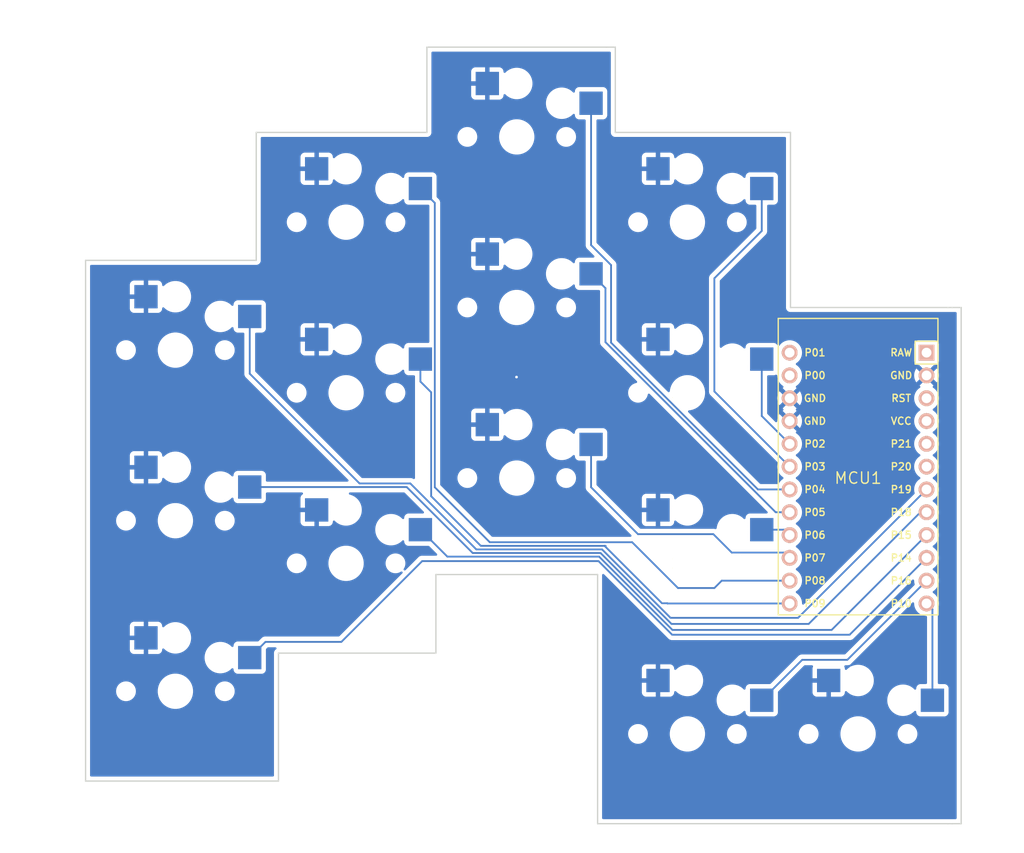
<source format=kicad_pcb>
(kicad_pcb (version 20240108) (generator "pcbnew") (generator_version "8.0")
  (title_block (title "roo_left") (date "2024-11-14") (rev "0.1.0") (company "Reginald Robinson"))
  (layers (0 "F.Cu" signal) (31 "B.Cu" signal) (34 "B.Paste" user) (35 "F.Paste" user) (36 "B.SilkS" user "B.Silkscreen") (37 "F.SilkS" user "F.Silkscreen") (38 "B.Mask" user) (39 "F.Mask" user) (44 "Edge.Cuts" user))
  (net 0 "")
  (net 1 "GND")
  (net 2 "P14")
  (net 3 "P18")
  (net 4 "P19")
  (net 5 "P15")
  (net 6 "P9")
  (net 7 "P8")
  (net 8 "P7")
  (net 9 "P5")
  (net 10 "P4")
  (net 11 "P6")
  (net 12 "P2")
  (net 13 "P3")
  (net 14 "P16")
  (net 15 "P10")
  (net 16 "RAW")
  (net 17 "RST")
  (net 18 "VCC")
  (net 19 "P21")
  (net 20 "P20")
  (net 21 "P1")
  (net 22 "P0")
  (footprint "PG1350" (layer "F.Cu") (at 240.025835 153.75)
    (property "Reference" "S11" (at 0 0 0) (layer "F.SilkS") (effects (font (size 1.27 1.27))))
    (property "Value" "" (hide yes))
    (pad "" np_thru_hole circle (at -5.5 0) (size 1.7018 1.7018) (drill 1.7018) (layers "*.Cu" "*.Mask"))
    (pad "" np_thru_hole circle (at 0 -5.95) (size 3 3) (drill 3) (layers "*.Cu" "*.Mask"))
    (pad "" np_thru_hole circle (at 0 0) (size 3.429 3.429) (drill 3.429) (layers "*.Cu" "*.Mask"))
    (pad "" np_thru_hole circle (at 5 -3.75) (size 3 3) (drill 3) (layers "*.Cu" "*.Mask"))
    (pad "" np_thru_hole circle (at 5.5 0) (size 1.7018 1.7018) (drill 1.7018) (layers "*.Cu" "*.Mask"))
    (pad "1" smd rect (at -3.275 -5.95) (size 2.6 2.6) (layers "B.Cu" "B.Paste" "B.Mask") (net 1 "GND"))
    (pad "2" smd rect (at 8.275 -3.75) (size 2.6 2.6) (layers "B.Cu" "B.Paste" "B.Mask") (net 12 "P2"))
  )
  (footprint "PG1350" (layer "F.Cu") (at 202.025835 172.75)
    (property "Reference" "S4" (at 0 0 0) (layer "F.SilkS") (effects (font (size 1.27 1.27))))
    (property "Value" "" (hide yes))
    (pad "" np_thru_hole circle (at -5.5 0) (size 1.7018 1.7018) (drill 1.7018) (layers "*.Cu" "*.Mask"))
    (pad "" np_thru_hole circle (at 0 -5.95) (size 3 3) (drill 3) (layers "*.Cu" "*.Mask"))
    (pad "" np_thru_hole circle (at 0 0) (size 3.429 3.429) (drill 3.429) (layers "*.Cu" "*.Mask"))
    (pad "" np_thru_hole circle (at 5 -3.75) (size 3 3) (drill 3) (layers "*.Cu" "*.Mask"))
    (pad "" np_thru_hole circle (at 5.5 0) (size 1.7018 1.7018) (drill 1.7018) (layers "*.Cu" "*.Mask"))
    (pad "1" smd rect (at -3.275 -5.95) (size 2.6 2.6) (layers "B.Cu" "B.Paste" "B.Mask") (net 1 "GND"))
    (pad "2" smd rect (at 8.275 -3.75) (size 2.6 2.6) (layers "B.Cu" "B.Paste" "B.Mask") (net 5 "P15"))
  )
  (footprint "PG1350" (layer "F.Cu") (at 183.025835 149)
    (property "Reference" "S3" (at 0 0 0) (layer "F.SilkS") (effects (font (size 1.27 1.27))))
    (property "Value" "" (hide yes))
    (pad "" np_thru_hole circle (at -5.5 0) (size 1.7018 1.7018) (drill 1.7018) (layers "*.Cu" "*.Mask"))
    (pad "" np_thru_hole circle (at 0 -5.95) (size 3 3) (drill 3) (layers "*.Cu" "*.Mask"))
    (pad "" np_thru_hole circle (at 0 0) (size 3.429 3.429) (drill 3.429) (layers "*.Cu" "*.Mask"))
    (pad "" np_thru_hole circle (at 5 -3.75) (size 3 3) (drill 3) (layers "*.Cu" "*.Mask"))
    (pad "" np_thru_hole circle (at 5.5 0) (size 1.7018 1.7018) (drill 1.7018) (layers "*.Cu" "*.Mask"))
    (pad "1" smd rect (at -3.275 -5.95) (size 2.6 2.6) (layers "B.Cu" "B.Paste" "B.Mask") (net 1 "GND"))
    (pad "2" smd rect (at 8.275 -3.75) (size 2.6 2.6) (layers "B.Cu" "B.Paste" "B.Mask") (net 4 "P19"))
  )
  (footprint "PG1350" (layer "F.Cu") (at 183.025835 187)
    (property "Reference" "S1" (at 0 0 0) (layer "F.SilkS") (effects (font (size 1.27 1.27))))
    (property "Value" "" (hide yes))
    (pad "" np_thru_hole circle (at -5.5 0) (size 1.7018 1.7018) (drill 1.7018) (layers "*.Cu" "*.Mask"))
    (pad "" np_thru_hole circle (at 0 -5.95) (size 3 3) (drill 3) (layers "*.Cu" "*.Mask"))
    (pad "" np_thru_hole circle (at 0 0) (size 3.429 3.429) (drill 3.429) (layers "*.Cu" "*.Mask"))
    (pad "" np_thru_hole circle (at 5 -3.75) (size 3 3) (drill 3) (layers "*.Cu" "*.Mask"))
    (pad "" np_thru_hole circle (at 5.5 0) (size 1.7018 1.7018) (drill 1.7018) (layers "*.Cu" "*.Mask"))
    (pad "1" smd rect (at -3.275 -5.95) (size 2.6 2.6) (layers "B.Cu" "B.Paste" "B.Mask") (net 1 "GND"))
    (pad "2" smd rect (at 8.275 -3.75) (size 2.6 2.6) (layers "B.Cu" "B.Paste" "B.Mask") (net 2 "P14"))
  )
  (footprint "PG1350" (layer "F.Cu") (at 221.025835 125.25)
    (property "Reference" "S9" (at 0 0 0) (layer "F.SilkS") (effects (font (size 1.27 1.27))))
    (property "Value" "" (hide yes))
    (pad "" np_thru_hole circle (at -5.5 0) (size 1.7018 1.7018) (drill 1.7018) (layers "*.Cu" "*.Mask"))
    (pad "" np_thru_hole circle (at 0 -5.95) (size 3 3) (drill 3) (layers "*.Cu" "*.Mask"))
    (pad "" np_thru_hole circle (at 0 0) (size 3.429 3.429) (drill 3.429) (layers "*.Cu" "*.Mask"))
    (pad "" np_thru_hole circle (at 5 -3.75) (size 3 3) (drill 3) (layers "*.Cu" "*.Mask"))
    (pad "" np_thru_hole circle (at 5.5 0) (size 1.7018 1.7018) (drill 1.7018) (layers "*.Cu" "*.Mask"))
    (pad "1" smd rect (at -3.275 -5.95) (size 2.6 2.6) (layers "B.Cu" "B.Paste" "B.Mask") (net 1 "GND"))
    (pad "2" smd rect (at 8.275 -3.75) (size 2.6 2.6) (layers "B.Cu" "B.Paste" "B.Mask") (net 10 "P4"))
  )
  (footprint "PG1350" (layer "F.Cu") (at 259.025835 191.75)
    (property "Reference" "S14" (at 0 0 0) (layer "F.SilkS") (effects (font (size 1.27 1.27))))
    (property "Value" "" (hide yes))
    (pad "" np_thru_hole circle (at -5.5 0) (size 1.7018 1.7018) (drill 1.7018) (layers "*.Cu" "*.Mask"))
    (pad "" np_thru_hole circle (at 0 -5.95) (size 3 3) (drill 3) (layers "*.Cu" "*.Mask"))
    (pad "" np_thru_hole circle (at 0 0) (size 3.429 3.429) (drill 3.429) (layers "*.Cu" "*.Mask"))
    (pad "" np_thru_hole circle (at 5 -3.75) (size 3 3) (drill 3) (layers "*.Cu" "*.Mask"))
    (pad "" np_thru_hole circle (at 5.5 0) (size 1.7018 1.7018) (drill 1.7018) (layers "*.Cu" "*.Mask"))
    (pad "1" smd rect (at -3.275 -5.95) (size 2.6 2.6) (layers "B.Cu" "B.Paste" "B.Mask") (net 1 "GND"))
    (pad "2" smd rect (at 8.275 -3.75) (size 2.6 2.6) (layers "B.Cu" "B.Paste" "B.Mask") (net 15 "P10"))
  )
  (footprint "PG1350" (layer "F.Cu") (at 240.025835 172.75)
    (property "Reference" "S10" (at 0 0 0) (layer "F.SilkS") (effects (font (size 1.27 1.27))))
    (property "Value" "" (hide yes))
    (pad "" np_thru_hole circle (at -5.5 0) (size 1.7018 1.7018) (drill 1.7018) (layers "*.Cu" "*.Mask"))
    (pad "" np_thru_hole circle (at 0 -5.95) (size 3 3) (drill 3) (layers "*.Cu" "*.Mask"))
    (pad "" np_thru_hole circle (at 0 0) (size 3.429 3.429) (drill 3.429) (layers "*.Cu" "*.Mask"))
    (pad "" np_thru_hole circle (at 5 -3.75) (size 3 3) (drill 3) (layers "*.Cu" "*.Mask"))
    (pad "" np_thru_hole circle (at 5.5 0) (size 1.7018 1.7018) (drill 1.7018) (layers "*.Cu" "*.Mask"))
    (pad "1" smd rect (at -3.275 -5.95) (size 2.6 2.6) (layers "B.Cu" "B.Paste" "B.Mask") (net 1 "GND"))
    (pad "2" smd rect (at 8.275 -3.75) (size 2.6 2.6) (layers "B.Cu" "B.Paste" "B.Mask") (net 11 "P6"))
  )
  (footprint "PG1350" (layer "F.Cu") (at 202.025835 134.75)
    (property "Reference" "S6" (at 0 0 0) (layer "F.SilkS") (effects (font (size 1.27 1.27))))
    (property "Value" "" (hide yes))
    (pad "" np_thru_hole circle (at -5.5 0) (size 1.7018 1.7018) (drill 1.7018) (layers "*.Cu" "*.Mask"))
    (pad "" np_thru_hole circle (at 0 -5.95) (size 3 3) (drill 3) (layers "*.Cu" "*.Mask"))
    (pad "" np_thru_hole circle (at 0 0) (size 3.429 3.429) (drill 3.429) (layers "*.Cu" "*.Mask"))
    (pad "" np_thru_hole circle (at 5 -3.75) (size 3 3) (drill 3) (layers "*.Cu" "*.Mask"))
    (pad "" np_thru_hole circle (at 5.5 0) (size 1.7018 1.7018) (drill 1.7018) (layers "*.Cu" "*.Mask"))
    (pad "1" smd rect (at -3.275 -5.95) (size 2.6 2.6) (layers "B.Cu" "B.Paste" "B.Mask") (net 1 "GND"))
    (pad "2" smd rect (at 8.275 -3.75) (size 2.6 2.6) (layers "B.Cu" "B.Paste" "B.Mask") (net 7 "P8"))
  )
  (footprint "PG1350" (layer "F.Cu") (at 221.025835 144.25)
    (property "Reference" "S8" (at 0 0 0) (layer "F.SilkS") (effects (font (size 1.27 1.27))))
    (property "Value" "" (hide yes))
    (pad "" np_thru_hole circle (at -5.5 0) (size 1.7018 1.7018) (drill 1.7018) (layers "*.Cu" "*.Mask"))
    (pad "" np_thru_hole circle (at 0 -5.95) (size 3 3) (drill 3) (layers "*.Cu" "*.Mask"))
    (pad "" np_thru_hole circle (at 0 0) (size 3.429 3.429) (drill 3.429) (layers "*.Cu" "*.Mask"))
    (pad "" np_thru_hole circle (at 5 -3.75) (size 3 3) (drill 3) (layers "*.Cu" "*.Mask"))
    (pad "" np_thru_hole circle (at 5.5 0) (size 1.7018 1.7018) (drill 1.7018) (layers "*.Cu" "*.Mask"))
    (pad "1" smd rect (at -3.275 -5.95) (size 2.6 2.6) (layers "B.Cu" "B.Paste" "B.Mask") (net 1 "GND"))
    (pad "2" smd rect (at 8.275 -3.75) (size 2.6 2.6) (layers "B.Cu" "B.Paste" "B.Mask") (net 9 "P5"))
  )
  (footprint "PG1350" (layer "F.Cu") (at 221.025835 163.25)
    (property "Reference" "S7" (at 0 0 0) (layer "F.SilkS") (effects (font (size 1.27 1.27))))
    (property "Value" "" (hide yes))
    (pad "" np_thru_hole circle (at -5.5 0) (size 1.7018 1.7018) (drill 1.7018) (layers "*.Cu" "*.Mask"))
    (pad "" np_thru_hole circle (at 0 -5.95) (size 3 3) (drill 3) (layers "*.Cu" "*.Mask"))
    (pad "" np_thru_hole circle (at 0 0) (size 3.429 3.429) (drill 3.429) (layers "*.Cu" "*.Mask"))
    (pad "" np_thru_hole circle (at 5 -3.75) (size 3 3) (drill 3) (layers "*.Cu" "*.Mask"))
    (pad "" np_thru_hole circle (at 5.5 0) (size 1.7018 1.7018) (drill 1.7018) (layers "*.Cu" "*.Mask"))
    (pad "1" smd rect (at -3.275 -5.95) (size 2.6 2.6) (layers "B.Cu" "B.Paste" "B.Mask") (net 1 "GND"))
    (pad "2" smd rect (at 8.275 -3.75) (size 2.6 2.6) (layers "B.Cu" "B.Paste" "B.Mask") (net 8 "P7"))
  )
  (footprint "PG1350" (layer "F.Cu") (at 240.025835 191.75)
    (property "Reference" "S13" (at 0 0 0) (layer "F.SilkS") (effects (font (size 1.27 1.27))))
    (property "Value" "" (hide yes))
    (pad "" np_thru_hole circle (at -5.5 0) (size 1.7018 1.7018) (drill 1.7018) (layers "*.Cu" "*.Mask"))
    (pad "" np_thru_hole circle (at 0 -5.95) (size 3 3) (drill 3) (layers "*.Cu" "*.Mask"))
    (pad "" np_thru_hole circle (at 0 0) (size 3.429 3.429) (drill 3.429) (layers "*.Cu" "*.Mask"))
    (pad "" np_thru_hole circle (at 5 -3.75) (size 3 3) (drill 3) (layers "*.Cu" "*.Mask"))
    (pad "" np_thru_hole circle (at 5.5 0) (size 1.7018 1.7018) (drill 1.7018) (layers "*.Cu" "*.Mask"))
    (pad "1" smd rect (at -3.275 -5.95) (size 2.6 2.6) (layers "B.Cu" "B.Paste" "B.Mask") (net 1 "GND"))
    (pad "2" smd rect (at 8.275 -3.75) (size 2.6 2.6) (layers "B.Cu" "B.Paste" "B.Mask") (net 14 "P16"))
  )
  (footprint "ProMicro" (layer "F.Cu") (at 259.025835 163.25 -90)
    (property "Reference" "MCU1" (at 0 0 0) (layer "F.SilkS") (effects (font (size 1.27 1.27))))
    (property "Value" "" (hide yes))
    (fp_line (start -17.78 8.89) (end 15.24 8.89) (stroke (width 0.15)) (layer "F.SilkS"))
    (fp_line (start 15.24 8.89) (end 15.24 -8.89) (stroke (width 0.15)) (layer "F.SilkS"))
    (fp_line (start -15.24 -6.35) (end -12.7 -6.35) (stroke (width 0.15)) (layer "F.SilkS"))
    (fp_line (start -15.24 -6.35) (end -15.24 -8.89) (stroke (width 0.15)) (layer "F.SilkS"))
    (fp_line (start -12.7 -6.35) (end -12.7 -8.89) (stroke (width 0.15)) (layer "F.SilkS"))
    (fp_line (start -17.78 -8.89) (end -17.78 8.89) (stroke (width 0.15)) (layer "F.SilkS"))
    (fp_line (start 15.24 -8.89) (end -17.78 -8.89) (stroke (width 0.15)) (layer "F.SilkS"))
    (fp_text user "VCC" (at -6.35 -4.8 0) (layer "F.SilkS") (effects (font (size 0.8 0.8))))
    (fp_text user "RAW" (at -13.97 -4.8 0) (layer "F.SilkS") (effects (font (size 0.8 0.8))))
    (fp_text user "P10" (at 13.97 -4.8 0) (layer "F.SilkS") (effects (font (size 0.8 0.8))))
    (fp_text user "P19" (at 1.27 -4.8 0) (layer "F.SilkS") (effects (font (size 0.8 0.8))))
    (fp_text user "P04" (at 1.27 4.8 0) (layer "F.SilkS") (effects (font (size 0.8 0.8))))
    (fp_text user "P00" (at -11.43 4.8 0) (layer "F.SilkS") (effects (font (size 0.8 0.8))))
    (fp_text user "GND" (at -6.35 4.8 0) (layer "F.SilkS") (effects (font (size 0.8 0.8))))
    (fp_text user "GND" (at -11.43 -4.8 0) (layer "F.SilkS") (effects (font (size 0.8 0.8))))
    (fp_text user "P01" (at -13.97 4.8 0) (layer "F.SilkS") (effects (font (size 0.8 0.8))))
    (fp_text user "P03" (at -1.27 4.8 0) (layer "F.SilkS") (effects (font (size 0.8 0.8))))
    (fp_text user "RST" (at -8.89 -4.8 0) (layer "F.SilkS") (effects (font (size 0.8 0.8))))
    (fp_text user "P05" (at 3.81 4.8 0) (layer "F.SilkS") (effects (font (size 0.8 0.8))))
    (fp_text user "P21" (at -3.81 -4.8 0) (layer "F.SilkS") (effects (font (size 0.8 0.8))))
    (fp_text user "P07" (at 8.89 4.8 0) (layer "F.SilkS") (effects (font (size 0.8 0.8))))
    (fp_text user "P16" (at 11.43 -4.8 0) (layer "F.SilkS") (effects (font (size 0.8 0.8))))
    (fp_text user "P15" (at 6.35 -4.8 0) (layer "F.SilkS") (effects (font (size 0.8 0.8))))
    (fp_text user "GND" (at -8.89 4.8 0) (layer "F.SilkS") (effects (font (size 0.8 0.8))))
    (fp_text user "P02" (at -3.81 4.8 0) (layer "F.SilkS") (effects (font (size 0.8 0.8))))
    (fp_text user "P20" (at -1.27 -4.8 0) (layer "F.SilkS") (effects (font (size 0.8 0.8))))
    (fp_text user "P09" (at 13.97 4.8 0) (layer "F.SilkS") (effects (font (size 0.8 0.8))))
    (fp_text user "P18" (at 3.81 -4.8 0) (layer "F.SilkS") (effects (font (size 0.8 0.8))))
    (fp_text user "P06" (at 6.35 4.8 0) (layer "F.SilkS") (effects (font (size 0.8 0.8))))
    (fp_text user "P14" (at 8.89 -4.8 0) (layer "F.SilkS") (effects (font (size 0.8 0.8))))
    (fp_text user "P08" (at 11.43 4.8 0) (layer "F.SilkS") (effects (font (size 0.8 0.8))))
    (pad "1" thru_hole rect (at -13.97 -7.62 270) (size 1.7526 1.7526) (drill 1.0922) (layers "*.Cu" "*.SilkS" "*.Mask") (net 16 "RAW"))
    (pad "2" thru_hole circle (at -11.43 -7.62) (size 1.7526 1.7526) (drill 1.0922) (layers "*.Cu" "*.SilkS" "*.Mask") (net 1 "GND"))
    (pad "3" thru_hole circle (at -8.89 -7.62) (size 1.7526 1.7526) (drill 1.0922) (layers "*.Cu" "*.SilkS" "*.Mask") (net 17 "RST"))
    (pad "4" thru_hole circle (at -6.35 -7.62) (size 1.7526 1.7526) (drill 1.0922) (layers "*.Cu" "*.SilkS" "*.Mask") (net 18 "VCC"))
    (pad "5" thru_hole circle (at -3.81 -7.62) (size 1.7526 1.7526) (drill 1.0922) (layers "*.Cu" "*.SilkS" "*.Mask") (net 19 "P21"))
    (pad "6" thru_hole circle (at -1.27 -7.62) (size 1.7526 1.7526) (drill 1.0922) (layers "*.Cu" "*.SilkS" "*.Mask") (net 20 "P20"))
    (pad "7" thru_hole circle (at 1.27 -7.62) (size 1.7526 1.7526) (drill 1.0922) (layers "*.Cu" "*.SilkS" "*.Mask") (net 4 "P19"))
    (pad "8" thru_hole circle (at 3.81 -7.62) (size 1.7526 1.7526) (drill 1.0922) (layers "*.Cu" "*.SilkS" "*.Mask") (net 3 "P18"))
    (pad "9" thru_hole circle (at 6.35 -7.62) (size 1.7526 1.7526) (drill 1.0922) (layers "*.Cu" "*.SilkS" "*.Mask") (net 5 "P15"))
    (pad "10" thru_hole circle (at 8.89 -7.62) (size 1.7526 1.7526) (drill 1.0922) (layers "*.Cu" "*.SilkS" "*.Mask") (net 2 "P14"))
    (pad "11" thru_hole circle (at 11.43 -7.62) (size 1.7526 1.7526) (drill 1.0922) (layers "*.Cu" "*.SilkS" "*.Mask") (net 14 "P16"))
    (pad "12" thru_hole circle (at 13.97 -7.62) (size 1.7526 1.7526) (drill 1.0922) (layers "*.Cu" "*.SilkS" "*.Mask") (net 15 "P10"))
    (pad "13" thru_hole circle (at -13.97 7.62) (size 1.7526 1.7526) (drill 1.0922) (layers "*.Cu" "*.SilkS" "*.Mask") (net 21 "P1"))
    (pad "14" thru_hole circle (at -11.43 7.62) (size 1.7526 1.7526) (drill 1.0922) (layers "*.Cu" "*.SilkS" "*.Mask") (net 22 "P0"))
    (pad "15" thru_hole circle (at -8.89 7.62) (size 1.7526 1.7526) (drill 1.0922) (layers "*.Cu" "*.SilkS" "*.Mask") (net 1 "GND"))
    (pad "16" thru_hole circle (at -6.35 7.62) (size 1.7526 1.7526) (drill 1.0922) (layers "*.Cu" "*.SilkS" "*.Mask") (net 1 "GND"))
    (pad "17" thru_hole circle (at -3.81 7.62) (size 1.7526 1.7526) (drill 1.0922) (layers "*.Cu" "*.SilkS" "*.Mask") (net 12 "P2"))
    (pad "18" thru_hole circle (at -1.27 7.62) (size 1.7526 1.7526) (drill 1.0922) (layers "*.Cu" "*.SilkS" "*.Mask") (net 13 "P3"))
    (pad "19" thru_hole circle (at 1.27 7.62) (size 1.7526 1.7526) (drill 1.0922) (layers "*.Cu" "*.SilkS" "*.Mask") (net 10 "P4"))
    (pad "20" thru_hole circle (at 3.81 7.62) (size 1.7526 1.7526) (drill 1.0922) (layers "*.Cu" "*.SilkS" "*.Mask") (net 9 "P5"))
    (pad "21" thru_hole circle (at 6.35 7.62) (size 1.7526 1.7526) (drill 1.0922) (layers "*.Cu" "*.SilkS" "*.Mask") (net 11 "P6"))
    (pad "22" thru_hole circle (at 8.89 7.62) (size 1.7526 1.7526) (drill 1.0922) (layers "*.Cu" "*.SilkS" "*.Mask") (net 8 "P7"))
    (pad "23" thru_hole circle (at 11.43 7.62) (size 1.7526 1.7526) (drill 1.0922) (layers "*.Cu" "*.SilkS" "*.Mask") (net 7 "P8"))
    (pad "24" thru_hole circle (at 13.97 7.62) (size 1.7526 1.7526) (drill 1.0922) (layers "*.Cu" "*.SilkS" "*.Mask") (net 6 "P9"))
  )
  (footprint "PG1350" (layer "F.Cu") (at 240.025835 134.75)
    (property "Reference" "S12" (at 0 0 0) (layer "F.SilkS") (effects (font (size 1.27 1.27))))
    (property "Value" "" (hide yes))
    (pad "" np_thru_hole circle (at -5.5 0) (size 1.7018 1.7018) (drill 1.7018) (layers "*.Cu" "*.Mask"))
    (pad "" np_thru_hole circle (at 0 -5.95) (size 3 3) (drill 3) (layers "*.Cu" "*.Mask"))
    (pad "" np_thru_hole circle (at 0 0) (size 3.429 3.429) (drill 3.429) (layers "*.Cu" "*.Mask"))
    (pad "" np_thru_hole circle (at 5 -3.75) (size 3 3) (drill 3) (layers "*.Cu" "*.Mask"))
    (pad "" np_thru_hole circle (at 5.5 0) (size 1.7018 1.7018) (drill 1.7018) (layers "*.Cu" "*.Mask"))
    (pad "1" smd rect (at -3.275 -5.95) (size 2.6 2.6) (layers "B.Cu" "B.Paste" "B.Mask") (net 1 "GND"))
    (pad "2" smd rect (at 8.275 -3.75) (size 2.6 2.6) (layers "B.Cu" "B.Paste" "B.Mask") (net 13 "P3"))
  )
  (footprint "PG1350" (layer "F.Cu") (at 183.025835 168)
    (property "Reference" "S2" (at 0 0 0) (layer "F.SilkS") (effects (font (size 1.27 1.27))))
    (property "Value" "" (hide yes))
    (pad "" np_thru_hole circle (at -5.5 0) (size 1.7018 1.7018) (drill 1.7018) (layers "*.Cu" "*.Mask"))
    (pad "" np_thru_hole circle (at 0 -5.95) (size 3 3) (drill 3) (layers "*.Cu" "*.Mask"))
    (pad "" np_thru_hole circle (at 0 0) (size 3.429 3.429) (drill 3.429) (layers "*.Cu" "*.Mask"))
    (pad "" np_thru_hole circle (at 5 -3.75) (size 3 3) (drill 3) (layers "*.Cu" "*.Mask"))
    (pad "" np_thru_hole circle (at 5.5 0) (size 1.7018 1.7018) (drill 1.7018) (layers "*.Cu" "*.Mask"))
    (pad "1" smd rect (at -3.275 -5.95) (size 2.6 2.6) (layers "B.Cu" "B.Paste" "B.Mask") (net 1 "GND"))
    (pad "2" smd rect (at 8.275 -3.75) (size 2.6 2.6) (layers "B.Cu" "B.Paste" "B.Mask") (net 3 "P18"))
  )
  (footprint "PG1350" (layer "F.Cu") (at 202.025835 153.75)
    (property "Reference" "S5" (at 0 0 0) (layer "F.SilkS") (effects (font (size 1.27 1.27))))
    (property "Value" "" (hide yes))
    (pad "" np_thru_hole circle (at -5.5 0) (size 1.7018 1.7018) (drill 1.7018) (layers "*.Cu" "*.Mask"))
    (pad "" np_thru_hole circle (at 0 -5.95) (size 3 3) (drill 3) (layers "*.Cu" "*.Mask"))
    (pad "" np_thru_hole circle (at 0 0) (size 3.429 3.429) (drill 3.429) (layers "*.Cu" "*.Mask"))
    (pad "" np_thru_hole circle (at 5 -3.75) (size 3 3) (drill 3) (layers "*.Cu" "*.Mask"))
    (pad "" np_thru_hole circle (at 5.5 0) (size 1.7018 1.7018) (drill 1.7018) (layers "*.Cu" "*.Mask"))
    (pad "1" smd rect (at -3.275 -5.95) (size 2.6 2.6) (layers "B.Cu" "B.Paste" "B.Mask") (net 1 "GND"))
    (pad "2" smd rect (at 8.275 -3.75) (size 2.6 2.6) (layers "B.Cu" "B.Paste" "B.Mask") (net 6 "P9"))
  )
  (gr_line (start 269.025835 144.25) (end 269.5 144.25) (stroke (width 0.15)) (layer "Edge.Cuts"))
  (gr_line (start 231.025835 115.25) (end 232 115.25) (stroke (width 0.15)) (layer "Edge.Cuts"))
  (gr_line (start 269.025835 201.75) (end 269.5 201.75) (stroke (width 0.15)) (layer "Edge.Cuts"))
  (gr_line (start 270.5 201.75) (end 269.5 201.75) (stroke (width 0.15)) (layer "Edge.Cuts"))
  (gr_line (start 194.5 182.75) (end 212.025835 182.75) (stroke (width 0.15)) (layer "Edge.Cuts"))
  (gr_line (start 173.025835 197) (end 173.025835 139) (stroke (width 0.15)) (layer "Edge.Cuts"))
  (gr_line (start 230.025835 201.75) (end 269.025835 201.75) (stroke (width 0.15)) (layer "Edge.Cuts"))
  (gr_line (start 251.5 144.25) (end 269.025835 144.25) (stroke (width 0.15)) (layer "Edge.Cuts"))
  (gr_line (start 212.025835 174) (end 230.025835 174) (stroke (width 0.15)) (layer "Edge.Cuts"))
  (gr_line (start 250.5 124.75) (end 251.5 124.75) (stroke (width 0.15)) (layer "Edge.Cuts"))
  (gr_line (start 230.025835 174) (end 230.025835 201.75) (stroke (width 0.15)) (layer "Edge.Cuts"))
  (gr_line (start 269.5 144.25) (end 270.5 144.25) (stroke (width 0.15)) (layer "Edge.Cuts"))
  (gr_line (start 173.025835 197) (end 194.5 197) (stroke (width 0.15)) (layer "Edge.Cuts"))
  (gr_line (start 212.025835 182.75) (end 212.025835 174) (stroke (width 0.15)) (layer "Edge.Cuts"))
  (gr_line (start 232 124.75) (end 232 115.25) (stroke (width 0.15)) (layer "Edge.Cuts"))
  (gr_line (start 192.025835 124.75) (end 192.025835 139) (stroke (width 0.15)) (layer "Edge.Cuts"))
  (gr_line (start 211.025835 124.75) (end 192.025835 124.75) (stroke (width 0.15)) (layer "Edge.Cuts"))
  (gr_line (start 192.025835 139) (end 173.025835 139) (stroke (width 0.15)) (layer "Edge.Cuts"))
  (gr_line (start 232 124.75) (end 250.5 124.75) (stroke (width 0.15)) (layer "Edge.Cuts"))
  (gr_line (start 231.025835 115.25) (end 211.025835 115.25) (stroke (width 0.15)) (layer "Edge.Cuts"))
  (gr_line (start 211.025835 115.25) (end 211.025835 124.75) (stroke (width 0.15)) (layer "Edge.Cuts"))
  (gr_line (start 270.5 201.75) (end 270.5 144.25) (stroke (width 0.15)) (layer "Edge.Cuts"))
  (gr_line (start 251.5 144.25) (end 251.5 124.75) (stroke (width 0.15)) (layer "Edge.Cuts"))
  (gr_line (start 194.5 182.75) (end 194.5 197) (stroke (width 0.15)) (layer "Edge.Cuts"))
  (via (at 221 152) (size 0.6) (drill 0.3) (layers "F.Cu" "B.Cu") (net 1))
  (segment (start 191.300835 183.25) (end 193.050835 181.5) (width 0.2) (layer "B.Cu") (net 2))
  (segment (start 230.124363 172.5) (end 238.325099 180.700736) (width 0.2) (layer "B.Cu") (net 2))
  (segment (start 238.325099 180.700736) (end 258.085099 180.700736) (width 0.2) (layer "B.Cu") (net 2))
  (segment (start 210.5 172.5) (end 230.124363 172.5) (width 0.2) (layer "B.Cu") (net 2))
  (segment (start 193.050835 181.5) (end 201.5 181.5) (width 0.2) (layer "B.Cu") (net 2))
  (segment (start 201.5 181.5) (end 210.5 172.5) (width 0.2) (layer "B.Cu") (net 2))
  (segment (start 258.085099 180.700736) (end 266.645835 172.14) (width 0.2) (layer "B.Cu") (net 2))
  (segment (start 265.965835 167.06) (end 253.525835 179.5) (width 0.2) (layer "B.Cu") (net 3))
  (segment (start 253.525835 179.5) (end 238.255735 179.5) (width 0.2) (layer "B.Cu") (net 3))
  (segment (start 238.255735 179.5) (end 230.355735 171.6) (width 0.2) (layer "B.Cu") (net 3))
  (segment (start 230.355735 171.6) (end 216.125835 171.6) (width 0.2) (layer "B.Cu") (net 3))
  (segment (start 266.645835 167.06) (end 265.965835 167.06) (width 0.2) (layer "B.Cu") (net 3))
  (segment (start 208.775835 164.25) (end 191.300835 164.25) (width 0.2) (layer "B.Cu") (net 3))
  (segment (start 216.125835 171.6) (end 208.775835 164.25) (width 0.2) (layer "B.Cu") (net 3))
  (segment (start 230.525835 171.2) (end 238.145835 178.82) (width 0.2) (layer "B.Cu") (net 4))
  (segment (start 191.300835 151.625) (end 203.525835 163.85) (width 0.2) (layer "B.Cu") (net 4))
  (segment (start 203.525835 163.85) (end 209.175835 163.85) (width 0.2) (layer "B.Cu") (net 4))
  (segment (start 238.145835 178.82) (end 252.345835 178.82) (width 0.2) (layer "B.Cu") (net 4))
  (segment (start 191.300835 145.25) (end 191.300835 151.625) (width 0.2) (layer "B.Cu") (net 4))
  (segment (start 216.525835 171.2) (end 230.525835 171.2) (width 0.2) (layer "B.Cu") (net 4))
  (segment (start 252.345835 178.82) (end 266.645835 164.52) (width 0.2) (layer "B.Cu") (net 4))
  (segment (start 209.175835 163.85) (end 216.525835 171.2) (width 0.2) (layer "B.Cu") (net 4))
  (segment (start 256.077942 180.167893) (end 266.645835 169.6) (width 0.2) (layer "B.Cu") (net 5))
  (segment (start 238.357942 180.167893) (end 256.077942 180.167893) (width 0.2) (layer "B.Cu") (net 5))
  (segment (start 210.300835 169) (end 213.300835 172) (width 0.2) (layer "B.Cu") (net 5))
  (segment (start 230.190049 172) (end 238.357942 180.167893) (width 0.2) (layer "B.Cu") (net 5))
  (segment (start 213.300835 172) (end 230.190049 172) (width 0.2) (layer "B.Cu") (net 5))
  (segment (start 211.5 153.699165) (end 211.5 165.274166) (width 0.2) (layer "B.Cu") (net 6))
  (segment (start 237.805835 177.22) (end 237.785835 177.2) (width 0.2) (layer "B.Cu") (net 6))
  (segment (start 237.2 177.2) (end 230.8 170.8) (width 0.2) (layer "B.Cu") (net 6))
  (segment (start 237.785835 177.2) (end 237.325835 177.2) (width 0.2) (layer "B.Cu") (net 6))
  (segment (start 217.025835 170.8) (end 230.925835 170.8) (width 0.2) (layer "B.Cu") (net 6))
  (segment (start 211.5 165.274166) (end 217.025835 170.8) (width 0.2) (layer "B.Cu") (net 6))
  (segment (start 237.805835 177.22) (end 251.405835 177.22) (width 0.2) (layer "B.Cu") (net 6))
  (segment (start 210.300835 152.5) (end 211.5 153.699165) (width 0.2) (layer "B.Cu") (net 6))
  (segment (start 210.300835 150) (end 210.300835 152.5) (width 0.2) (layer "B.Cu") (net 6))
  (segment (start 218.025835 170.4) (end 233.874164 170.4) (width 0.2) (layer "B.Cu") (net 7))
  (segment (start 243.845835 174.68) (end 251.405835 174.68) (width 0.2) (layer "B.Cu") (net 7))
  (segment (start 233.874164 170.4) (end 238.974164 175.5) (width 0.2) (layer "B.Cu") (net 7))
  (segment (start 243.025835 175.5) (end 243.845835 174.68) (width 0.2) (layer "B.Cu") (net 7))
  (segment (start 211.900835 164.275) (end 218.025835 170.4) (width 0.2) (layer "B.Cu") (net 7))
  (segment (start 211.900835 132.6) (end 211.900835 164.275) (width 0.2) (layer "B.Cu") (net 7))
  (segment (start 238.974164 175.5) (end 243.025835 175.5) (width 0.2) (layer "B.Cu") (net 7))
  (segment (start 210.300835 131) (end 211.900835 132.6) (width 0.2) (layer "B.Cu") (net 7))
  (segment (start 242.90954 169.5) (end 244.95864 171.5491) (width 0.2) (layer "B.Cu") (net 8))
  (segment (start 229.300835 159.5) (end 229.300835 164.275) (width 0.2) (layer "B.Cu") (net 8))
  (segment (start 250.814935 171.5491) (end 251.405835 172.14) (width 0.2) (layer "B.Cu") (net 8))
  (segment (start 234.525835 169.5) (end 242.90954 169.5) (width 0.2) (layer "B.Cu") (net 8))
  (segment (start 244.95864 171.5491) (end 250.814935 171.5491) (width 0.2) (layer "B.Cu") (net 8))
  (segment (start 229.300835 164.275) (end 234.525835 169.5) (width 0.2) (layer "B.Cu") (net 8))
  (segment (start 230.900835 148.11033) (end 249.850505 167.06) (width 0.2) (layer "B.Cu") (net 9))
  (segment (start 229.300835 140.5) (end 230.900835 142.1) (width 0.2) (layer "B.Cu") (net 9))
  (segment (start 249.850505 167.06) (end 251.405835 167.06) (width 0.2) (layer "B.Cu") (net 9))
  (segment (start 230.900835 142.1) (end 230.900835 148.11033) (width 0.2) (layer "B.Cu") (net 9))
  (segment (start 229.300835 137.3) (end 231.525835 139.525) (width 0.2) (layer "B.Cu") (net 10))
  (segment (start 231.525835 139.525) (end 231.525835 148.169644) (width 0.2) (layer "B.Cu") (net 10))
  (segment (start 229.300835 121.5) (end 229.300835 137.3) (width 0.2) (layer "B.Cu") (net 10))
  (segment (start 231.525835 148.169644) (end 247.876191 164.52) (width 0.2) (layer "B.Cu") (net 10))
  (segment (start 247.876191 164.52) (end 251.405835 164.52) (width 0.2) (layer "B.Cu") (net 10))
  (segment (start 248.300835 169) (end 250.805835 169) (width 0.2) (layer "B.Cu") (net 11))
  (segment (start 250.805835 169) (end 251.405835 169.6) (width 0.2) (layer "B.Cu") (net 11))
  (segment (start 248.300835 150) (end 248.300835 156.335) (width 0.2) (layer "B.Cu") (net 12))
  (segment (start 248.300835 156.335) (end 251.405835 159.44) (width 0.2) (layer "B.Cu") (net 12))
  (segment (start 248.300835 135.725) (end 243.025835 141) (width 0.2) (layer "B.Cu") (net 13))
  (segment (start 248.300835 131) (end 248.300835 135.725) (width 0.2) (layer "B.Cu") (net 13))
  (segment (start 243.025835 141) (end 243.025835 153.6) (width 0.2) (layer "B.Cu") (net 13))
  (segment (start 243.025835 153.6) (end 251.405835 161.98) (width 0.2) (layer "B.Cu") (net 13))
  (segment (start 252.800835 183.5) (end 248.300835 188) (width 0.2) (layer "B.Cu") (net 14))
  (segment (start 266.645835 174.68) (end 257.825835 183.5) (width 0.2) (layer "B.Cu") (net 14))
  (segment (start 257.825835 183.5) (end 252.800835 183.5) (width 0.2) (layer "B.Cu") (net 14))
  (segment (start 267.300835 188) (end 267.300835 177.875) (width 0.2) (layer "B.Cu") (net 15))
  (segment (start 267.300835 177.875) (end 266.645835 177.22) (width 0.2) (layer "B.Cu") (net 15))
  (zone (net 1) (net_name "GND") (layer "B.Cu") (connect_pads (clearance 0.5)) (min_thickness 0.25) (fill yes (thermal_gap 0.5) (thermal_bridge_width 0.5))
    (polygon (pts (xy 163.5 110) (xy 166.5 204) (xy 277.5 205) (xy 275 112.5) (xy 163.5 111)))
  )
)
</source>
